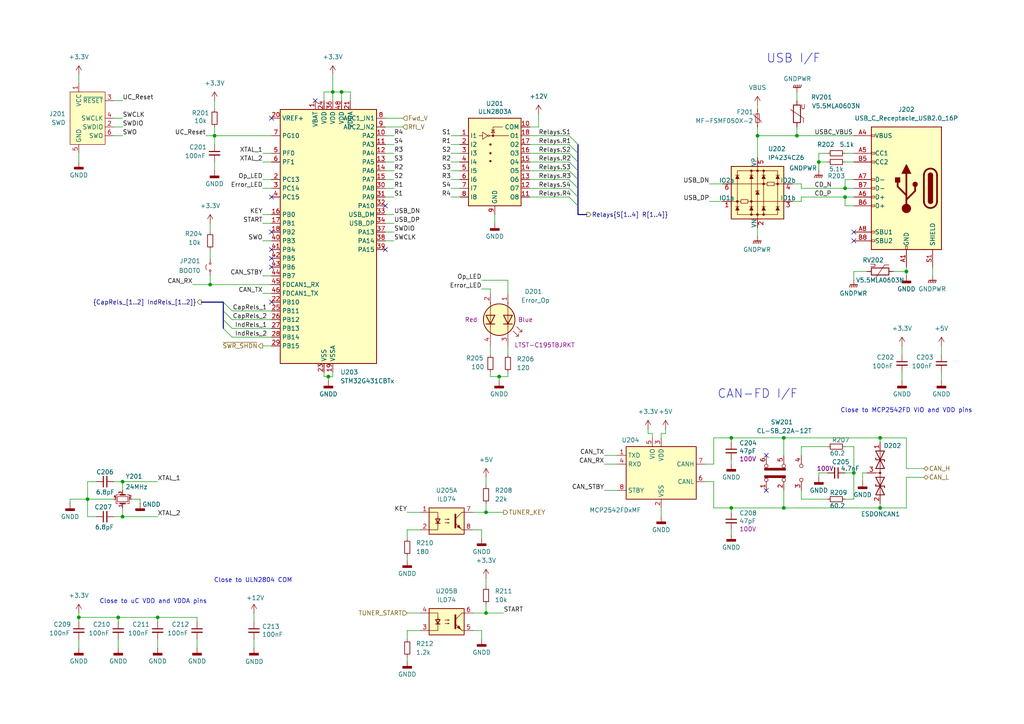
<source format=kicad_sch>
(kicad_sch (version 20231120) (generator "eeschema") (generator_version "8.0")
  (paper "A4")
  (title_block (title "Controller") (date "2024-04-14") (rev "A0") (company "TiZed"))
  (junction (at 140.97 177.8))
  (junction (at 25.4 144.78))
  (junction (at 219.71 39.37))
  (junction (at 237.49 46.99))
  (junction (at 99.06 26.67))
  (junction (at 227.33 127))
  (junction (at 62.23 39.37))
  (junction (at 212.09 127))
  (junction (at 212.09 147.32))
  (junction (at 96.52 26.67))
  (junction (at 255.27 147.32))
  (junction (at 255.27 127))
  (junction (at 45.72 179.07))
  (junction (at 231.14 39.37))
  (junction (at 245.11 57.15))
  (junction (at 144.78 109.22))
  (junction (at 247.65 137.16))
  (junction (at 35.56 149.86))
  (junction (at 22.86 179.07))
  (junction (at 35.56 139.7))
  (junction (at 60.96 82.55))
  (junction (at 245.11 54.61))
  (junction (at 95.25 109.22))
  (junction (at 262.89 78.74))
  (junction (at 227.33 147.32))
  (junction (at 34.29 179.07))
  (junction (at 140.97 148.59))
  (no_connect (at 78.74 74.93))
  (no_connect (at 247.65 69.85))
  (no_connect (at 111.76 59.69))
  (no_connect (at 222.25 142.24))
  (no_connect (at 111.76 72.39))
  (no_connect (at 78.74 77.47))
  (no_connect (at 78.74 57.15))
  (no_connect (at 78.74 67.31))
  (no_connect (at 247.65 67.31))
  (no_connect (at 222.25 132.08))
  (no_connect (at 91.44 29.21))
  (no_connect (at 78.74 34.29))
  (no_connect (at 78.74 72.39))
  (no_connect (at 78.74 87.63))
  (bus_entry (at 64.77 90.17) (size 2.54 2.54))
  (bus_entry (at 64.77 95.25) (size 2.54 2.54))
  (bus_entry (at 165.1 44.45) (size 2.54 2.54))
  (bus_entry (at 165.1 52.07) (size 2.54 2.54))
  (bus_entry (at 64.77 87.63) (size 2.54 2.54))
  (bus_entry (at 165.1 49.53) (size 2.54 2.54))
  (bus_entry (at 64.77 92.71) (size 2.54 2.54))
  (bus_entry (at 165.1 46.99) (size 2.54 2.54))
  (bus_entry (at 165.1 54.61) (size 2.54 2.54))
  (bus_entry (at 165.1 39.37) (size 2.54 2.54))
  (bus_entry (at 165.1 41.91) (size 2.54 2.54))
  (bus_entry (at 165.1 57.15) (size 2.54 2.54))
  (wire (pts (xy 212.09 148.59) (xy 212.09 147.32)))
  (wire (pts (xy 247.65 78.74) (xy 251.46 78.74)))
  (wire (pts (xy 137.16 177.8) (xy 140.97 177.8)))
  (wire (pts (xy 147.32 81.28) (xy 147.32 85.09)))
  (wire (pts (xy 231.14 39.37) (xy 247.65 39.37)))
  (wire (pts (xy 204.47 139.7) (xy 207.01 139.7)))
  (wire (pts (xy 60.96 72.39) (xy 60.96 74.93)))
  (wire (pts (xy 227.33 142.24) (xy 227.33 147.32)))
  (wire (pts (xy 175.26 132.08) (xy 179.07 132.08)))
  (wire (pts (xy 219.71 66.04) (xy 219.71 68.58)))
  (wire (pts (xy 207.01 139.7) (xy 207.01 147.32)))
  (wire (pts (xy 139.7 153.67) (xy 139.7 156.21)))
  (wire (pts (xy 111.76 54.61) (xy 114.3 54.61)))
  (wire (pts (xy 153.67 44.45) (xy 165.1 44.45)))
  (wire (pts (xy 153.67 46.99) (xy 165.1 46.99)))
  (wire (pts (xy 156.21 36.83) (xy 153.67 36.83)))
  (wire (pts (xy 212.09 127) (xy 227.33 127)))
  (wire (pts (xy 130.81 39.37) (xy 133.35 39.37)))
  (wire (pts (xy 144.78 109.22) (xy 144.78 110.49)))
  (wire (pts (xy 96.52 26.67) (xy 96.52 29.21)))
  (wire (pts (xy 76.2 44.45) (xy 78.74 44.45)))
  (bus (pts (xy 167.64 41.91) (xy 167.64 44.45)))
  (wire (pts (xy 270.51 77.47) (xy 270.51 80.01)))
  (bus (pts (xy 167.64 49.53) (xy 167.64 52.07)))
  (wire (pts (xy 35.56 149.86) (xy 45.72 149.86)))
  (wire (pts (xy 191.77 147.32) (xy 191.77 149.86)))
  (wire (pts (xy 35.56 139.7) (xy 45.72 139.7)))
  (wire (pts (xy 99.06 26.67) (xy 96.52 26.67)))
  (wire (pts (xy 212.09 133.35) (xy 212.09 134.62)))
  (wire (pts (xy 255.27 127) (xy 262.89 127)))
  (wire (pts (xy 62.23 39.37) (xy 62.23 41.91)))
  (wire (pts (xy 212.09 147.32) (xy 227.33 147.32)))
  (wire (pts (xy 22.86 177.8) (xy 22.86 179.07)))
  (wire (pts (xy 262.89 78.74) (xy 262.89 80.01)))
  (wire (pts (xy 111.76 67.31) (xy 114.3 67.31)))
  (wire (pts (xy 179.07 142.24) (xy 175.26 142.24)))
  (wire (pts (xy 191.77 127) (xy 191.77 125.73)))
  (wire (pts (xy 57.15 180.34) (xy 57.15 179.07)))
  (bus (pts (xy 64.77 95.25) (xy 64.77 92.71)))
  (wire (pts (xy 101.6 29.21) (xy 101.6 26.67)))
  (wire (pts (xy 267.97 135.89) (xy 262.89 135.89)))
  (wire (pts (xy 255.27 147.32) (xy 262.89 147.32)))
  (wire (pts (xy 111.76 57.15) (xy 114.3 57.15)))
  (wire (pts (xy 245.11 54.61) (xy 245.11 52.07)))
  (wire (pts (xy 262.89 138.43) (xy 267.97 138.43)))
  (wire (pts (xy 67.31 95.25) (xy 78.74 95.25)))
  (wire (pts (xy 25.4 144.78) (xy 20.32 144.78)))
  (wire (pts (xy 76.2 54.61) (xy 78.74 54.61)))
  (wire (pts (xy 262.89 77.47) (xy 262.89 78.74)))
  (wire (pts (xy 153.67 41.91) (xy 165.1 41.91)))
  (wire (pts (xy 35.56 139.7) (xy 35.56 142.24)))
  (wire (pts (xy 111.76 49.53) (xy 114.3 49.53)))
  (wire (pts (xy 57.15 179.07) (xy 45.72 179.07)))
  (wire (pts (xy 111.76 44.45) (xy 114.3 44.45)))
  (wire (pts (xy 76.2 100.33) (xy 78.74 100.33)))
  (wire (pts (xy 219.71 39.37) (xy 231.14 39.37)))
  (wire (pts (xy 273.05 100.33) (xy 273.05 102.87)))
  (wire (pts (xy 27.94 149.86) (xy 25.4 149.86)))
  (wire (pts (xy 219.71 36.83) (xy 219.71 39.37)))
  (wire (pts (xy 111.76 36.83) (xy 116.84 36.83)))
  (wire (pts (xy 205.74 53.34) (xy 209.55 53.34)))
  (wire (pts (xy 153.67 52.07) (xy 165.1 52.07)))
  (wire (pts (xy 33.02 34.29) (xy 35.56 34.29)))
  (bus (pts (xy 167.64 52.07) (xy 167.64 54.61)))
  (wire (pts (xy 137.16 182.88) (xy 139.7 182.88)))
  (wire (pts (xy 273.05 107.95) (xy 273.05 110.49)))
  (wire (pts (xy 67.31 97.79) (xy 78.74 97.79)))
  (wire (pts (xy 142.24 100.33) (xy 142.24 102.87)))
  (wire (pts (xy 25.4 144.78) (xy 25.4 139.7)))
  (wire (pts (xy 231.14 26.67) (xy 231.14 29.21)))
  (wire (pts (xy 101.6 26.67) (xy 99.06 26.67)))
  (wire (pts (xy 153.67 57.15) (xy 165.1 57.15)))
  (wire (pts (xy 35.56 149.86) (xy 35.56 147.32)))
  (wire (pts (xy 207.01 134.62) (xy 207.01 127)))
  (wire (pts (xy 232.41 53.34) (xy 232.41 54.61)))
  (wire (pts (xy 76.2 64.77) (xy 78.74 64.77)))
  (wire (pts (xy 259.08 78.74) (xy 262.89 78.74)))
  (wire (pts (xy 130.81 54.61) (xy 133.35 54.61)))
  (wire (pts (xy 95.25 110.49) (xy 95.25 109.22)))
  (wire (pts (xy 250.19 139.7) (xy 250.19 137.16)))
  (wire (pts (xy 118.11 148.59) (xy 121.92 148.59)))
  (wire (pts (xy 247.65 129.54) (xy 245.11 129.54)))
  (wire (pts (xy 153.67 54.61) (xy 165.1 54.61)))
  (wire (pts (xy 140.97 167.64) (xy 140.97 170.18)))
  (wire (pts (xy 191.77 125.73) (xy 193.04 125.73)))
  (wire (pts (xy 22.86 21.59) (xy 22.86 24.13)))
  (wire (pts (xy 255.27 128.27) (xy 255.27 127)))
  (wire (pts (xy 227.33 127) (xy 255.27 127)))
  (wire (pts (xy 219.71 30.48) (xy 219.71 31.75)))
  (wire (pts (xy 153.67 49.53) (xy 165.1 49.53)))
  (wire (pts (xy 245.11 57.15) (xy 245.11 59.69)))
  (wire (pts (xy 130.81 52.07) (xy 133.35 52.07)))
  (wire (pts (xy 205.74 58.42) (xy 209.55 58.42)))
  (bus (pts (xy 58.42 87.63) (xy 64.77 87.63)))
  (wire (pts (xy 34.29 180.34) (xy 34.29 179.07)))
  (wire (pts (xy 245.11 57.15) (xy 247.65 57.15)))
  (wire (pts (xy 262.89 147.32) (xy 262.89 138.43)))
  (wire (pts (xy 111.76 39.37) (xy 114.3 39.37)))
  (wire (pts (xy 156.21 33.02) (xy 156.21 36.83)))
  (wire (pts (xy 111.76 34.29) (xy 116.84 34.29)))
  (wire (pts (xy 130.81 46.99) (xy 133.35 46.99)))
  (wire (pts (xy 130.81 41.91) (xy 133.35 41.91)))
  (wire (pts (xy 111.76 46.99) (xy 114.3 46.99)))
  (wire (pts (xy 76.2 46.99) (xy 78.74 46.99)))
  (bus (pts (xy 167.64 54.61) (xy 167.64 57.15)))
  (wire (pts (xy 60.96 64.77) (xy 60.96 67.31)))
  (wire (pts (xy 45.72 180.34) (xy 45.72 179.07)))
  (wire (pts (xy 62.23 46.99) (xy 62.23 49.53)))
  (wire (pts (xy 240.03 44.45) (xy 237.49 44.45)))
  (wire (pts (xy 140.97 148.59) (xy 137.16 148.59)))
  (wire (pts (xy 212.09 147.32) (xy 207.01 147.32)))
  (wire (pts (xy 229.87 53.34) (xy 232.41 53.34)))
  (wire (pts (xy 67.31 90.17) (xy 78.74 90.17)))
  (wire (pts (xy 237.49 46.99) (xy 237.49 49.53)))
  (wire (pts (xy 142.24 83.82) (xy 139.7 83.82)))
  (wire (pts (xy 227.33 147.32) (xy 255.27 147.32)))
  (wire (pts (xy 187.96 125.73) (xy 187.96 124.46)))
  (wire (pts (xy 22.86 44.45) (xy 22.86 46.99)))
  (wire (pts (xy 212.09 153.67) (xy 212.09 154.94)))
  (wire (pts (xy 140.97 148.59) (xy 146.05 148.59)))
  (wire (pts (xy 38.1 144.78) (xy 40.64 144.78)))
  (wire (pts (xy 76.2 85.09) (xy 78.74 85.09)))
  (wire (pts (xy 62.23 36.83) (xy 62.23 39.37)))
  (wire (pts (xy 121.92 153.67) (xy 118.11 153.67)))
  (wire (pts (xy 118.11 190.5) (xy 118.11 191.77)))
  (wire (pts (xy 193.04 124.46) (xy 193.04 125.73)))
  (wire (pts (xy 96.52 21.59) (xy 96.52 26.67)))
  (wire (pts (xy 237.49 44.45) (xy 237.49 46.99)))
  (bus (pts (xy 167.64 59.69) (xy 167.64 62.23)))
  (wire (pts (xy 25.4 139.7) (xy 27.94 139.7)))
  (wire (pts (xy 247.65 144.78) (xy 245.11 144.78)))
  (bus (pts (xy 64.77 90.17) (xy 64.77 87.63)))
  (wire (pts (xy 93.98 109.22) (xy 95.25 109.22)))
  (wire (pts (xy 245.11 137.16) (xy 247.65 137.16)))
  (wire (pts (xy 240.03 137.16) (xy 237.49 137.16)))
  (bus (pts (xy 167.64 57.15) (xy 167.64 59.69)))
  (wire (pts (xy 247.65 137.16) (xy 247.65 144.78)))
  (wire (pts (xy 142.24 107.95) (xy 142.24 109.22)))
  (wire (pts (xy 40.64 144.78) (xy 40.64 146.05)))
  (wire (pts (xy 232.41 129.54) (xy 240.03 129.54)))
  (wire (pts (xy 57.15 185.42) (xy 57.15 187.96)))
  (wire (pts (xy 232.41 58.42) (xy 232.41 57.15)))
  (wire (pts (xy 232.41 142.24) (xy 232.41 144.78)))
  (wire (pts (xy 62.23 29.21) (xy 62.23 31.75)))
  (wire (pts (xy 96.52 109.22) (xy 96.52 107.95)))
  (wire (pts (xy 76.2 69.85) (xy 78.74 69.85)))
  (wire (pts (xy 143.51 62.23) (xy 143.51 64.77)))
  (wire (pts (xy 22.86 185.42) (xy 22.86 187.96)))
  (wire (pts (xy 144.78 109.22) (xy 147.32 109.22)))
  (wire (pts (xy 76.2 52.07) (xy 78.74 52.07)))
  (wire (pts (xy 204.47 134.62) (xy 207.01 134.62)))
  (wire (pts (xy 261.62 100.33) (xy 261.62 102.87)))
  (wire (pts (xy 22.86 179.07) (xy 22.86 180.34)))
  (wire (pts (xy 153.67 39.37) (xy 165.1 39.37)))
  (wire (pts (xy 212.09 127) (xy 207.01 127)))
  (wire (pts (xy 237.49 46.99) (xy 240.03 46.99)))
  (wire (pts (xy 78.74 82.55) (xy 60.96 82.55)))
  (wire (pts (xy 140.97 138.43) (xy 140.97 140.97)))
  (wire (pts (xy 231.14 36.83) (xy 231.14 39.37)))
  (wire (pts (xy 247.65 81.28) (xy 247.65 78.74)))
  (wire (pts (xy 130.81 57.15) (xy 133.35 57.15)))
  (wire (pts (xy 93.98 29.21) (xy 93.98 26.67)))
  (wire (pts (xy 111.76 64.77) (xy 114.3 64.77)))
  (wire (pts (xy 147.32 100.33) (xy 147.32 102.87)))
  (wire (pts (xy 245.11 44.45) (xy 247.65 44.45)))
  (wire (pts (xy 232.41 132.08) (xy 232.41 129.54)))
  (wire (pts (xy 232.41 57.15) (xy 245.11 57.15)))
  (wire (pts (xy 245.11 46.99) (xy 247.65 46.99)))
  (wire (pts (xy 175.26 134.62) (xy 179.07 134.62)))
  (wire (pts (xy 140.97 175.26) (xy 140.97 177.8)))
  (bus (pts (xy 167.64 62.23) (xy 170.18 62.23)))
  (wire (pts (xy 255.27 146.05) (xy 255.27 147.32)))
  (wire (pts (xy 137.16 153.67) (xy 139.7 153.67)))
  (wire (pts (xy 33.02 149.86) (xy 35.56 149.86)))
  (wire (pts (xy 33.02 29.21) (xy 35.56 29.21)))
  (wire (pts (xy 20.32 144.78) (xy 20.32 146.05)))
  (wire (pts (xy 34.29 179.07) (xy 22.86 179.07)))
  (wire (pts (xy 111.76 69.85) (xy 114.3 69.85)))
  (bus (pts (xy 167.64 44.45) (xy 167.64 46.99)))
  (wire (pts (xy 93.98 107.95) (xy 93.98 109.22)))
  (wire (pts (xy 25.4 149.86) (xy 25.4 144.78)))
  (wire (pts (xy 67.31 92.71) (xy 78.74 92.71)))
  (wire (pts (xy 227.33 127) (xy 227.33 132.08)))
  (wire (pts (xy 262.89 127) (xy 262.89 135.89)))
  (wire (pts (xy 59.69 39.37) (xy 62.23 39.37)))
  (wire (pts (xy 95.25 109.22) (xy 96.52 109.22)))
  (wire (pts (xy 111.76 52.07) (xy 114.3 52.07)))
  (wire (pts (xy 140.97 177.8) (xy 146.05 177.8)))
  (wire (pts (xy 142.24 85.09) (xy 142.24 83.82)))
  (wire (pts (xy 76.2 80.01) (xy 78.74 80.01)))
  (wire (pts (xy 93.98 26.67) (xy 96.52 26.67)))
  (wire (pts (xy 142.24 109.22) (xy 144.78 109.22)))
  (wire (pts (xy 247.65 129.54) (xy 247.65 137.16)))
  (wire (pts (xy 189.23 125.73) (xy 187.96 125.73)))
  (wire (pts (xy 237.49 137.16) (xy 237.49 138.43)))
  (wire (pts (xy 45.72 185.42) (xy 45.72 187.96)))
  (wire (pts (xy 73.66 185.42) (xy 73.66 187.96)))
  (wire (pts (xy 118.11 161.29) (xy 118.11 162.56)))
  (wire (pts (xy 250.19 137.16) (xy 251.46 137.16)))
  (wire (pts (xy 73.66 177.8) (xy 73.66 180.34)))
  (wire (pts (xy 245.11 59.69) (xy 247.65 59.69)))
  (wire (pts (xy 25.4 144.78) (xy 33.02 144.78)))
  (wire (pts (xy 130.81 49.53) (xy 133.35 49.53)))
  (wire (pts (xy 33.02 39.37) (xy 35.56 39.37)))
  (wire (pts (xy 140.97 146.05) (xy 140.97 148.59)))
  (wire (pts (xy 118.11 182.88) (xy 118.11 185.42)))
  (wire (pts (xy 33.02 36.83) (xy 35.56 36.83)))
  (wire (pts (xy 34.29 185.42) (xy 34.29 187.96)))
  (wire (pts (xy 99.06 29.21) (xy 99.06 26.67)))
  (wire (pts (xy 118.11 153.67) (xy 118.11 156.21)))
  (bus (pts (xy 64.77 92.71) (xy 64.77 90.17)))
  (bus (pts (xy 167.64 46.99) (xy 167.64 49.53)))
  (wire (pts (xy 232.41 54.61) (xy 245.11 54.61)))
  (wire (pts (xy 139.7 182.88) (xy 139.7 185.42)))
  (wire (pts (xy 245.11 52.07) (xy 247.65 52.07)))
  (wire (pts (xy 45.72 179.07) (xy 34.29 179.07)))
  (wire (pts (xy 245.11 54.61) (xy 247.65 54.61)))
  (wire (pts (xy 139.7 81.28) (xy 147.32 81.28)))
  (wire (pts (xy 229.87 58.42) (xy 232.41 58.42)))
  (wire (pts (xy 111.76 62.23) (xy 114.3 62.23)))
  (wire (pts (xy 118.11 182.88) (xy 121.92 182.88)))
  (wire (pts (xy 60.96 82.55) (xy 60.96 80.01)))
  (wire (pts (xy 118.11 177.8) (xy 121.92 177.8)))
  (wire (pts (xy 147.32 109.22) (xy 147.32 107.95)))
  (wire (pts (xy 212.09 128.27) (xy 212.09 127)))
  (wire (pts (xy 76.2 62.23) (xy 78.74 62.23)))
  (wire (pts (xy 232.41 144.78) (xy 240.03 144.78)))
  (wire (pts (xy 219.71 39.37) (xy 219.71 45.72)))
  (wire (pts (xy 55.88 82.55) (xy 60.96 82.55)))
  (wire (pts (xy 33.02 139.7) (xy 35.56 139.7)))
  (wire (pts (xy 261.62 107.95) (xy 261.62 110.49)))
  (wire (pts (xy 130.81 44.45) (xy 133.35 44.45)))
  (wire (pts (xy 111.76 41.91) (xy 114.3 41.91)))
  (wire (pts (xy 62.23 39.37) (xy 78.74 39.37)))
  (wire (pts (xy 189.23 127) (xy 189.23 125.73)))
  (text "Close to uC VDD and VDDA pins" (at 44.45 174.498 0) (effects (font (size 1.27 1.27))))
  (text "USB I/F" (at 222.25 18.542 0) (effects (font (size 2.54 2.54)) (justify left bottom)))
  (text "Close to MCP2542FD VIO and VDD pins" (at 262.89 119.126 0) (effects (font (size 1.27 1.27))))
  (text "Close to ULN2804 COM" (at 73.406 168.402 0) (effects (font (size 1.27 1.27))))
  (text "CAN-FD I/F" (at 208.026 115.824 0) (effects (font (size 2.54 2.54)) (justify left bottom)))
  (label "CD_N" (at 236.22 54.61 0))
  (label "Error_LED" (at 139.7 83.82 180))
  (label "UC_Reset" (at 35.56 29.21 0))
  (label "S2" (at 130.81 44.45 180))
  (label "Relays.R2" (at 156.21 46.99 0))
  (label "R2" (at 114.3 49.53 0))
  (label "CAN_RX" (at 175.26 134.62 180))
  (label "IndRels_1" (at 77.47 95.25 180))
  (label "R3" (at 114.3 44.45 0))
  (label "SWO" (at 76.2 69.85 180))
  (label "R1" (at 114.3 54.61 0))
  (label "CAN_STBY" (at 175.26 142.24 180))
  (label "UC_Reset" (at 59.69 39.37 180))
  (label "Relays.R1" (at 156.21 41.91 0))
  (label "S2" (at 114.3 52.07 0))
  (label "Error_LED" (at 76.2 54.61 180))
  (label "XTAL_2" (at 45.72 149.86 0))
  (label "CAN_RX" (at 55.88 82.55 180))
  (label "USBC_VBUS" (at 236.22 39.37 0))
  (label "Op_LED" (at 139.7 81.28 180))
  (label "Op_LED" (at 76.2 52.07 180))
  (label "S4" (at 114.3 41.91 0))
  (label "XTAL_1" (at 45.72 139.7 0))
  (label "Relays.S3" (at 156.21 49.53 0))
  (label "CAN_TX" (at 76.2 85.09 180))
  (label "Relays.R3" (at 156.21 52.07 0))
  (label "CapRels_2" (at 77.47 92.71 180))
  (label "SWDIO" (at 114.3 67.31 0))
  (label "USB_DN" (at 114.3 62.23 0))
  (label "S4" (at 130.81 54.61 180))
  (label "START" (at 146.05 177.8 0))
  (label "Relays.R4" (at 156.21 57.15 0))
  (label "START" (at 76.2 64.77 180))
  (label "USB_DP" (at 114.3 64.77 0))
  (label "XTAL_2" (at 76.2 46.99 180))
  (label "S1" (at 130.81 39.37 180))
  (label "USB_DN" (at 205.74 53.34 180))
  (label "USB_DP" (at 205.74 58.42 180))
  (label "Relays.S4" (at 156.21 54.61 0))
  (label "R3" (at 130.81 52.07 180))
  (label "KEY" (at 76.2 62.23 180))
  (label "R4" (at 130.81 57.15 180))
  (label "KEY" (at 118.11 148.59 180))
  (label "XTAL_1" (at 76.2 44.45 180))
  (label "CAN_STBY" (at 76.2 80.01 180))
  (label "CAN_TX" (at 175.26 132.08 180))
  (label "CapRels_1" (at 77.47 90.17 180))
  (label "R4" (at 114.3 39.37 0))
  (label "R1" (at 130.81 41.91 180))
  (label "SWO" (at 35.56 39.37 0))
  (label "IndRels_2" (at 77.47 97.79 180))
  (label "S1" (at 114.3 57.15 0))
  (label "R2" (at 130.81 46.99 180))
  (label "SWCLK" (at 35.56 34.29 0))
  (label "SWDIO" (at 35.56 36.83 0))
  (label "CD_P" (at 236.22 57.15 0))
  (label "Relays.S1" (at 156.21 39.37 0))
  (label "Relays.S2" (at 156.21 44.45 0))
  (label "S3" (at 114.3 46.99 0))
  (label "S3" (at 130.81 49.53 180))
  (label "SWCLK" (at 114.3 69.85 0))
  (hierarchical_label "CAN_L" (shape bidirectional) (at 267.97 138.43 0))
  (hierarchical_label "Fwd_V" (shape input) (at 116.84 34.29 0))
  (hierarchical_label "Rfl_V" (shape input) (at 116.84 36.83 0))
  (hierarchical_label "CAN_H" (shape bidirectional) (at 267.97 135.89 0))
  (hierarchical_label "Relays{S[1..4] R[1..4]}" (shape output) (at 170.18 62.23 0))
  (hierarchical_label "~{SWR_SHDN}" (shape output) (at 76.2 100.33 180))
  (hierarchical_label "{CapRels_[1..2] IndRels_[1..2]}" (shape output) (at 58.42 87.63 180))
  (hierarchical_label "TUNER_KEY" (shape output) (at 146.05 148.59 0))
  (hierarchical_label "TUNER_START" (shape input) (at 118.11 177.8 180))
  (symbol (lib_id "Device:Varistor") (at 231.14 33.02 180) (unit 1)
    (property "Reference" "RV201" (at 235.204 28.194 0) (effects (justify right)))
    (property "Value" "V5.5MLA0603N" (at 235.458 30.734 0) (effects (justify right)))
    (property "Footprint" "Fuse:Fuse_0603_1608Metric" (effects (hide yes)))
    (property "Description" "Voltage dependent resistor" (effects (hide yes)))
    (property "Sim.Name" "kicad_builtin_varistor" (effects (hide yes)))
    (property "Sim.Device" "SUBCKT" (effects (hide yes)))
    (property "Sim.Pins" "1=A 2=B" (effects (hide yes)))
    (property "Sim.Params" "threshold=1k" (effects (hide yes)))
    (property "Sim.Library" "${KICAD7_SYMBOL_DIR}/Simulation_SPICE.sp" (effects (hide yes)))
  )
  (symbol (lib_id "power:+3.3V") (at 60.96 64.77 0) (unit 1)
    (property "Reference" "#PWR0210" (effects (hide yes)))
    (property "Value" "+3.3V" (at 60.96 59.69 0))
    (property "Description" "Power symbol creates a global label with name \"+3.3V\"" (effects (hide yes)))
  )
  (symbol (lib_id "power:GNDD") (at 57.15 187.96 0) (unit 1)
    (property "Reference" "#PWR0241" (effects (hide yes)))
    (property "Value" "GNDD" (at 57.15 191.77 0))
    (property "Description" "Power symbol creates a global label with name \"GNDD\" , digital ground" (effects (hide yes)))
  )
  (symbol (lib_id "power:+5V") (at 193.04 124.46 0) (unit 1)
    (property "Reference" "#PWR0223" (effects (hide yes)))
    (property "Value" "+5V" (at 193.04 119.38 0))
    (property "Description" "Power symbol creates a global label with name \"+5V\"" (effects (hide yes)))
  )
  (symbol (lib_id "power:GNDD") (at 20.32 146.05 0) (unit 1)
    (property "Reference" "#PWR0228" (effects (hide yes)))
    (property "Value" "GNDD" (at 20.32 149.86 0))
    (property "Description" "Power symbol creates a global label with name \"GNDD\" , digital ground" (effects (hide yes)))
  )
  (symbol (lib_id "Device:R_Small") (at 62.23 34.29 180) (unit 1)
    (property "Reference" "R201" (at 58.166 32.766 0))
    (property "Value" "10k" (at 58.166 35.052 0))
    (property "Footprint" "Resistor_SMD:R_0603_1608Metric" (effects (hide yes)))
    (property "Description" "Resistor, small symbol" (effects (hide yes)))
  )
  (symbol (lib_id "power:GNDD") (at 22.86 187.96 0) (unit 1)
    (property "Reference" "#PWR0238" (effects (hide yes)))
    (property "Value" "GNDD" (at 22.86 191.77 0))
    (property "Description" "Power symbol creates a global label with name \"GNDD\" , digital ground" (effects (hide yes)))
  )
  (symbol (lib_id "power:GNDD") (at 139.7 185.42 0) (unit 1)
    (property "Reference" "#PWR0237" (effects (hide yes)))
    (property "Value" "GNDD" (at 139.7 189.23 0))
    (property "Description" "Power symbol creates a global label with name \"GNDD\" , digital ground" (effects (hide yes)))
  )
  (symbol (lib_id "power:VBUS") (at 219.71 30.48 0) (unit 1)
    (property "Reference" "#PWR0205" (effects (hide yes)))
    (property "Value" "VBUS" (at 219.71 25.4 0))
    (property "Description" "Power symbol creates a global label with name \"VBUS\"" (effects (hide yes)))
  )
  (symbol (lib_id "Connector:USB_C_Receptacle_USB2.0_16P") (at 262.89 54.61 0) (mirror y) (unit 1)
    (property "Reference" "J202" (at 262.89 31.75 0))
    (property "Value" "USB_C_Receptacle_USB2.0_16P" (at 262.89 34.29 0))
    (property "Footprint" "Connector_USB:USB_C_Receptacle_XKB_U262-16XN-4BVC11" (effects (hide yes)))
    (property "Datasheet" "https://www.usb.org/sites/default/files/documents/usb_type-c.zip" (effects (hide yes)))
    (property "Description" "USB 2.0-only 16P Type-C Receptacle connector" (effects (hide yes)))
  )
  (symbol (lib_id "Device:C_Small") (at 242.57 137.16 270) (unit 1)
    (property "Reference" "C205" (at 241.3 133.985 90) (effects (justify left)))
    (property "Value" "4.7nF" (at 243.84 135.89 90) (effects (justify left)))
    (property "Footprint" "Capacitor_SMD:C_0402_1005Metric" (effects (hide yes)))
    (property "Voltage" "100V" (at 236.855 135.89 90) (effects (justify left)))
  )
  (symbol (lib_id "power:+3.3V") (at 62.23 29.21 0) (unit 1)
    (property "Reference" "#PWR0204" (effects (hide yes)))
    (property "Value" "+3.3V" (at 62.23 24.13 0))
    (property "Description" "Power symbol creates a global label with name \"+3.3V\"" (effects (hide yes)))
  )
  (symbol (lib_id "Device:Polyfuse_Small") (at 219.71 34.29 0) (unit 1)
    (property "Reference" "F201" (at 213.614 32.512 0) (effects (justify left)))
    (property "Value" "MF-FSMF050X-2" (at 201.676 35.052 0) (effects (justify left)))
    (property "Footprint" "Fuse:Fuse_0603_1608Metric" (effects (hide yes)))
    (property "Description" "Resettable fuse, polymeric positive temperature coefficient, small symbol" (effects (hide yes)))
  )
  (symbol (lib_id "Transistor_Array:ULN2803A") (at 143.51 44.45 0) (unit 1)
    (property "Reference" "U201" (at 143.51 30.0482 0))
    (property "Value" "ULN2803A" (at 143.51 32.3596 0))
    (property "Footprint" "Package_SO:SOIC-18W_7.5x11.6mm_P1.27mm" (effects (hide yes)))
    (property "Datasheet" "http://www.ti.com/lit/ds/symlink/uln2803a.pdf" (effects (hide yes)))
  )
  (symbol (lib_id "Interface_CAN_LIN:MCP2542FDxMF") (at 191.77 137.16 0) (unit 1)
    (property "Reference" "U204" (at 182.88 127.635 0))
    (property "Value" "MCP2542FDxMF" (at 178.435 147.955 0))
    (property "Footprint" "Package_DFN_QFN:DFN-8-1EP_3x3mm_P0.65mm_EP1.55x2.4mm" (effects (hide yes)))
    (property "Datasheet" "http://ww1.microchip.com/downloads/en/DeviceDoc/MCP2542FD-4FD-MCP2542WFD-4WFD-Data-Sheet20005514B.pdf" (effects (hide yes)))
  )
  (symbol (lib_id "power:GNDD") (at 73.66 187.96 0) (unit 1)
    (property "Reference" "#PWR0242" (effects (hide yes)))
    (property "Value" "GNDD" (at 73.7616 191.897 0))
  )
  (symbol (lib_id "Device:R_Small") (at 60.96 69.85 0) (unit 1)
    (property "Reference" "R204" (at 53.594 67.818 0) (effects (justify left)))
    (property "Value" "10k" (at 54.61 70.358 0) (effects (justify left)))
    (property "Footprint" "Resistor_SMD:R_0603_1608Metric" (effects (hide yes)))
    (property "Description" "Resistor, small symbol" (effects (hide yes)))
  )
  (symbol (lib_id "Device:C_Small") (at 73.66 182.88 0) (unit 1)
    (property "Reference" "C213" (at 75.9968 181.7116 0) (effects (justify left)))
    (property "Value" "100nF" (at 75.9968 184.023 0) (effects (justify left)))
    (property "Footprint" "Capacitor_SMD:C_0603_1608Metric" (effects (hide yes)))
  )
  (symbol (lib_id "Device:R_Small") (at 242.57 129.54 270) (unit 1)
    (property "Reference" "R207" (at 241.3 127.635 90) (effects (justify left)))
    (property "Value" "60.2" (at 240.665 131.445 90) (effects (justify left)))
    (property "Footprint" "Resistor_SMD:R_1206_3216Metric" (effects (hide yes)))
  )
  (symbol (lib_id "Connector:Conn_ARM_SWD_TagConnect_TC2030-NL") (at 25.4 34.29 0) (unit 1) (in_bom no)
    (property "Reference" "J201" (at 19.05 33.0199 0) (effects (justify right)))
    (property "Value" "SWD" (at 19.05 35.5599 0) (effects (justify right)))
    (property "Footprint" "Connector:Tag-Connect_TC2030-IDC-NL_2x03_P1.27mm_Vertical" (effects (hide yes)))
    (property "Datasheet" "https://www.tag-connect.com/wp-content/uploads/bsk-pdf-manager/TC2030-CTX_1.pdf" (effects (hide yes)))
    (property "Description" "Tag-Connect ARM Cortex SWD JTAG connector, 6 pin, no legs" (effects (hide yes)))
  )
  (symbol (lib_id "Device:C_Small") (at 62.23 44.45 0) (unit 1)
    (property "Reference" "C201" (at 54.864 42.672 0) (effects (justify left)))
    (property "Value" "100nF" (at 53.594 45.212 0) (effects (justify left)))
    (property "Footprint" "Capacitor_SMD:C_0603_1608Metric" (effects (hide yes)))
    (property "Description" "Unpolarized capacitor, small symbol" (effects (hide yes)))
  )
  (symbol (lib_id "Device:R_Small") (at 142.24 105.41 0) (unit 1)
    (property "Reference" "R205" (at 135.128 103.886 0) (effects (justify left)))
    (property "Value" "100" (at 136.652 106.426 0) (effects (justify left)))
    (property "Footprint" "Resistor_SMD:R_0603_1608Metric" (effects (hide yes)))
    (property "Description" "Resistor, small symbol" (effects (hide yes)))
  )
  (symbol (lib_id "power:GNDPWR") (at 237.49 49.53 0) (unit 1)
    (property "Reference" "#PWR0209" (effects (hide yes)))
    (property "Value" "GNDPWR" (at 232.918 48.768 0))
    (property "Description" "Power symbol creates a global label with name \"GNDPWR\" , global ground" (effects (hide yes)))
  )
  (symbol (lib_id "Device:R_Small") (at 242.57 46.99 90) (unit 1)
    (property "Reference" "R203" (at 242.57 51.054 90))
    (property "Value" "5.1k" (at 242.57 49.022 90))
    (property "Footprint" "Resistor_SMD:R_0603_1608Metric" (effects (hide yes)))
    (property "Description" "Resistor, small symbol" (effects (hide yes)))
  )
  (symbol (lib_id "power:GNDPWR") (at 231.14 26.67 180) (unit 1)
    (property "Reference" "#PWR0203" (effects (hide yes)))
    (property "Value" "GNDPWR" (at 231.267 22.86 0))
    (property "Description" "Power symbol creates a global label with name \"GNDPWR\" , global ground" (effects (hide yes)))
  )
  (symbol (lib_id "power:GNDD") (at 40.64 146.05 0) (unit 1)
    (property "Reference" "#PWR0229" (effects (hide yes)))
    (property "Value" "GNDD" (at 43.942 146.304 0))
    (property "Description" "Power symbol creates a global label with name \"GNDD\" , digital ground" (effects (hide yes)))
  )
  (symbol (lib_id "Device:R_Small") (at 242.57 144.78 270) (unit 1)
    (property "Reference" "R209" (at 240.665 142.875 90) (effects (justify left)))
    (property "Value" "60.2" (at 240.665 146.685 90) (effects (justify left)))
    (property "Footprint" "Resistor_SMD:R_1206_3216Metric" (effects (hide yes)))
  )
  (symbol (lib_id "power:GNDPWR") (at 270.51 80.01 0) (unit 1)
    (property "Reference" "#PWR0214" (effects (hide yes)))
    (property "Value" "GNDPWR" (at 270.383 83.82 0))
    (property "Description" "Power symbol creates a global label with name \"GNDPWR\" , global ground" (effects (hide yes)))
  )
  (symbol (lib_id "Device:C_Small") (at 45.72 182.88 0) (unit 1)
    (property "Reference" "C211" (at 38.354 181.102 0) (effects (justify left)))
    (property "Value" "100nF" (at 37.084 183.642 0) (effects (justify left)))
    (property "Footprint" "Capacitor_SMD:C_0603_1608Metric" (effects (hide yes)))
    (property "Description" "Unpolarized capacitor, small symbol" (effects (hide yes)))
  )
  (symbol (lib_id "power:GNDD") (at 143.51 64.77 0) (unit 1)
    (property "Reference" "#PWR0211" (effects (hide yes)))
    (property "Value" "GNDD" (at 143.51 68.58 0))
    (property "Description" "Power symbol creates a global label with name \"GNDD\" , digital ground" (effects (hide yes)))
  )
  (symbol (lib_id "power:+5V") (at 273.05 100.33 0) (unit 1)
    (property "Reference" "#PWR0217" (effects (hide yes)))
    (property "Value" "+5V" (at 273.05 95.25 0))
    (property "Description" "Power symbol creates a global label with name \"+5V\"" (effects (hide yes)))
  )
  (symbol (lib_id "power:GNDD") (at 250.19 139.7 0) (unit 1)
    (property "Reference" "#PWR0227" (effects (hide yes)))
    (property "Value" "GNDD" (at 250.19 143.51 0))
    (property "Description" "Power symbol creates a global label with name \"GNDD\" , digital ground" (effects (hide yes)))
  )
  (symbol (lib_id "power:GNDD") (at 212.09 134.62 0) (unit 1)
    (property "Reference" "#PWR0224" (effects (hide yes)))
    (property "Value" "GNDD" (at 212.09 138.43 0))
    (property "Description" "Power symbol creates a global label with name \"GNDD\" , digital ground" (effects (hide yes)))
  )
  (symbol (lib_id "power:GNDPWR") (at 247.65 81.28 0) (unit 1)
    (property "Reference" "#PWR0215" (effects (hide yes)))
    (property "Value" "GNDPWR" (at 247.523 85.09 0))
    (property "Description" "Power symbol creates a global label with name \"GNDPWR\" , global ground" (effects (hide yes)))
  )
  (symbol (lib_id "Device:C_Small") (at 30.48 149.86 90) (unit 1)
    (property "Reference" "C207" (at 32.512 147.066 90) (effects (justify left)))
    (property "Value" "6.8pF" (at 33.02 152.908 90) (effects (justify left)))
    (property "Footprint" "Capacitor_SMD:C_0603_1608Metric" (effects (hide yes)))
  )
  (symbol (lib_id "Device:C_Small") (at 261.62 105.41 0) (unit 1)
    (property "Reference" "C202" (at 254.254 103.632 0) (effects (justify left)))
    (property "Value" "100nF" (at 252.984 106.172 0) (effects (justify left)))
    (property "Footprint" "Capacitor_SMD:C_0603_1608Metric" (effects (hide yes)))
    (property "Description" "Unpolarized capacitor, small symbol" (effects (hide yes)))
  )
  (symbol (lib_id "power:GNDD") (at 261.62 110.49 0) (unit 1)
    (property "Reference" "#PWR0220" (effects (hide yes)))
    (property "Value" "GNDD" (at 261.62 114.3 0))
    (property "Description" "Power symbol creates a global label with name \"GNDD\" , digital ground" (effects (hide yes)))
  )
  (symbol (lib_id "power:GNDD") (at 273.05 110.49 0) (unit 1)
    (property "Reference" "#PWR0221" (effects (hide yes)))
    (property "Value" "GNDD" (at 273.05 114.3 0))
    (property "Description" "Power symbol creates a global label with name \"GNDD\" , digital ground" (effects (hide yes)))
  )
  (symbol (lib_id "power:GNDD") (at 212.09 154.94 0) (unit 1)
    (property "Reference" "#PWR0231" (effects (hide yes)))
    (property "Value" "GNDD" (at 212.09 158.75 0))
    (property "Description" "Power symbol creates a global label with name \"GNDD\" , digital ground" (effects (hide yes)))
  )
  (symbol (lib_id "power:+12V") (at 73.66 177.8 0) (unit 1)
    (property "Reference" "#PWR0236" (effects (hide yes)))
    (property "Value" "+12V" (at 74.041 173.4058 0))
  )
  (symbol (lib_id "Device:LED_Dual_AAKK") (at 144.78 92.71 270) (unit 1)
    (property "Reference" "D201" (at 152.146 84.582 90) (effects (justify left)))
    (property "Value" "Error_Op" (at 151.13 87.122 90) (effects (justify left)))
    (property "Footprint" "ZFTuner_Lib:LED_Dual_1615_1.6mm_1.5mm" (effects (hide yes)))
    (property "Description" "Dual LED, cathodes on pins 3 and 4" (effects (hide yes)))
    (property "Color1" "Red" (at 136.652 92.71 90))
    (property "Color2" "Blue" (at 152.4 92.71 90))
    (property "Part" "LTST-C195TBJRKT" (at 157.988 100.076 90))
  )
  (symbol (lib_id "Device:C_Small") (at 212.09 151.13 0) (unit 1)
    (property "Reference" "C208" (at 214.4268 148.8186 0) (effects (justify left)))
    (property "Value" "47pF" (at 214.4268 151.13 0) (effects (justify left)))
    (property "Footprint" "Capacitor_SMD:C_0603_1608Metric" (effects (hide yes)))
    (property "Voltage" "100V" (at 214.4268 153.4414 0) (effects (justify left)))
  )
  (symbol (lib_id "power:GNDD") (at 139.7 156.21 0) (unit 1)
    (property "Reference" "#PWR0232" (effects (hide yes)))
    (property "Value" "GNDD" (at 139.7 160.02 0))
    (property "Description" "Power symbol creates a global label with name \"GNDD\" , digital ground" (effects (hide yes)))
  )
  (symbol (lib_id "power:+3.3V") (at 96.52 21.59 0) (unit 1)
    (property "Reference" "#PWR0202" (effects (hide yes)))
    (property "Value" "+3.3V" (at 96.52 16.51 0))
    (property "Description" "Power symbol creates a global label with name \"+3.3V\"" (effects (hide yes)))
  )
  (symbol (lib_id "power:GNDD") (at 262.89 80.01 0) (unit 1)
    (property "Reference" "#PWR0213" (effects (hide yes)))
    (property "Value" "GNDD" (at 262.89 83.82 0))
    (property "Description" "Power symbol creates a global label with name \"GNDD\" , digital ground" (effects (hide yes)))
  )
  (symbol (lib_id "Jumper:Jumper_2_Small_Open") (at 60.96 77.47 90) (unit 1) (exclude_from_sim yes)
    (property "Reference" "JP201" (at 52.07 75.692 90) (effects (justify right)))
    (property "Value" "BOOT0" (at 51.816 78.486 90) (effects (justify right)))
    (property "Footprint" "Connector_PinHeader_1.27mm:PinHeader_1x02_P1.27mm_Vertical" (effects (hide yes)))
    (property "Description" "Jumper, 2-pole, small symbol, open" (effects (hide yes)))
  )
  (symbol (lib_id "power:GNDPWR") (at 219.71 68.58 0) (unit 1)
    (property "Reference" "#PWR0212" (effects (hide yes)))
    (property "Value" "GNDPWR" (at 219.583 72.39 0))
    (property "Description" "Power symbol creates a global label with name \"GNDPWR\" , global ground" (effects (hide yes)))
  )
  (symbol (lib_id "MCU_ST_STM32G4:STM32G431CBTx") (at 93.98 69.85 0) (unit 1)
    (property "Reference" "U203" (at 98.7141 107.95 0) (effects (justify left)))
    (property "Value" "STM32G431CBTx" (at 98.7141 110.49 0) (effects (justify left)))
    (property "Footprint" "Package_QFP:LQFP-48_7x7mm_P0.5mm" (effects (hide yes)))
    (property "Datasheet" "https://www.st.com/resource/en/datasheet/stm32g431cb.pdf" (effects (hide yes)))
    (property "Description" "STMicroelectronics Arm Cortex-M4 MCU, 128KB flash, 32KB RAM, 170 MHz, 1.71-3.6V, 38 GPIO, LQFP48" (effects (hide yes)))
    (pin "45" (alternate "FDCAN1_RX"))
    (pin "46" (alternate "FDCAN1_TX"))
    (pin "33" (alternate "USB_DM"))
    (pin "9" (alternate "ADC2_IN2"))
    (pin "8" (alternate "ADC1_IN1"))
    (pin "34" (alternate "USB_DP"))
  )
  (symbol (lib_id "Device:R_Small") (at 118.11 158.75 0) (unit 1)
    (property "Reference" "R210" (at 120.65 157.4799 0) (effects (justify left)))
    (property "Value" "180" (at 120.65 160.0199 0) (effects (justify left)))
    (property "Footprint" "Resistor_SMD:R_0603_1608Metric" (effects (hide yes)))
    (property "Description" "Resistor, small symbol" (effects (hide yes)))
  )
  (symbol (lib_id "power:+5V") (at 140.97 138.43 0) (unit 1)
    (property "Reference" "#PWR0225" (effects (hide yes)))
    (property "Value" "+5V" (at 140.97 133.35 0))
    (property "Description" "Power symbol creates a global label with name \"+5V\"" (effects (hide yes)))
  )
  (symbol (lib_id "power:GNDD") (at 118.11 162.56 0) (unit 1)
    (property "Reference" "#PWR0233" (effects (hide yes)))
    (property "Value" "GNDD" (at 118.11 166.37 0))
    (property "Description" "Power symbol creates a global label with name \"GNDD\" , digital ground" (effects (hide yes)))
  )
  (symbol (lib_id "Isolator:ILD74") (at 129.54 151.13 0) (unit 1)
    (property "Reference" "U205" (at 129.54 142.24 0))
    (property "Value" "ILD74" (at 129.54 144.78 0))
    (property "Footprint" "Package_SO:SOP-8_3.9x4.9mm_P1.27mm" (effects (hide yes)))
    (property "Datasheet" "https://www.vishay.com/docs/83640/ild74.pdf" (effects (hide yes)))
    (property "Description" "Dual Optocoupler, NPN Phototransistor Output, TTL compatible, DIP8/SMD8" (effects (hide yes)))
  )
  (symbol (lib_id "Device:R_Small") (at 147.32 105.41 0) (unit 1)
    (property "Reference" "R206" (at 149.86 104.1399 0) (effects (justify left)))
    (property "Value" "120" (at 149.86 106.6799 0) (effects (justify left)))
    (property "Footprint" "Resistor_SMD:R_0603_1608Metric" (effects (hide yes)))
    (property "Description" "Resistor, small symbol" (effects (hide yes)))
  )
  (symbol (lib_id "power:GNDD") (at 95.25 110.49 0) (unit 1)
    (property "Reference" "#PWR0218" (effects (hide yes)))
    (property "Value" "GNDD" (at 95.25 114.3 0))
    (property "Description" "Power symbol creates a global label with name \"GNDD\" , digital ground" (effects (hide yes)))
  )
  (symbol (lib_id "power:GNDD") (at 144.78 110.49 0) (unit 1)
    (property "Reference" "#PWR0219" (effects (hide yes)))
    (property "Value" "GNDD" (at 144.78 114.3 0))
    (property "Description" "Power symbol creates a global label with name \"GNDD\" , digital ground" (effects (hide yes)))
  )
  (symbol (lib_id "power:GNDD") (at 45.72 187.96 0) (unit 1)
    (property "Reference" "#PWR0240" (effects (hide yes)))
    (property "Value" "GNDD" (at 45.72 191.77 0))
    (property "Description" "Power symbol creates a global label with name \"GNDD\" , digital ground" (effects (hide yes)))
  )
  (symbol (lib_id "Power_Protection:IP4234CZ6") (at 219.71 55.88 0) (unit 1)
    (property "Reference" "U202" (at 222.7265 43.18 0) (effects (justify left)))
    (property "Value" "IP4234CZ6" (at 222.7265 45.72 0) (effects (justify left)))
    (property "Footprint" "Package_TO_SOT_SMD:SC-74-6_1.55x2.9mm_P0.95mm" (effects (hide yes)))
    (property "Datasheet" "https://assets.nexperia.com/documents/data-sheet/IP4234CZ6.pdf" (effects (hide yes)))
    (property "Description" "ESD Protection USB 2.0 to IEC 61000-4-2 level 4, 5.5V, SOT457 (SC-74-6)" (effects (hide yes)))
  )
  (symbol (lib_id "Device:R_Small") (at 242.57 44.45 90) (unit 1)
    (property "Reference" "R202" (at 239.522 41.91 90))
    (property "Value" "5.1k" (at 245.618 41.91 90))
    (property "Footprint" "Resistor_SMD:R_0603_1608Metric" (effects (hide yes)))
    (property "Description" "Resistor, small symbol" (effects (hide yes)))
  )
  (symbol (lib_id "Switch:SW_Slide_DPDT") (at 227.33 137.16 90) (unit 1)
    (property "Reference" "SW201" (at 223.52 122.428 90) (effects (justify right)))
    (property "Value" "CL-SB_22A-12T" (at 219.456 124.968 90) (effects (justify right)))
    (property "Footprint" "ZFTuner_Lib:SW_Slide_DPDT_Nidec_CL-SB-22A" (effects (hide yes)))
    (property "Description" "Slide Switch, dual pole double throw" (effects (hide yes)))
  )
  (symbol (lib_id "Device:D_TVS_Dual_AAC") (at 255.27 137.16 270) (unit 1)
    (property "Reference" "D202" (at 256.286 129.286 90) (effects (justify left)))
    (property "Value" "ESDONCAN1" (at 249.682 149.098 90) (effects (justify left)))
    (property "Footprint" "Package_TO_SOT_SMD:SOT-23" (effects (hide yes)))
    (property "Description" "Bidirectional dual transient-voltage-suppression diode, center on pin 3" (effects (hide yes)))
  )
  (symbol (lib_id "Device:C_Small") (at 30.48 139.7 90) (unit 1)
    (property "Reference" "C206" (at 33.02 136.906 90) (effects (justify left)))
    (property "Value" "6.8pF" (at 33.274 142.748 90) (effects (justify left)))
    (property "Footprint" "Capacitor_SMD:C_0603_1608Metric" (effects (hide yes)))
  )
  (symbol (lib_id "power:+3.3V") (at 22.86 177.8 0) (unit 1)
    (property "Reference" "#PWR0235" (effects (hide yes)))
    (property "Value" "+3.3V" (at 22.86 172.72 0))
    (property "Description" "Power symbol creates a global label with name \"+3.3V\"" (effects (hide yes)))
  )
  (symbol (lib_id "Device:C_Small") (at 57.15 182.88 0) (unit 1)
    (property "Reference" "C212" (at 49.784 181.102 0) (effects (justify left)))
    (property "Value" "100nF" (at 48.514 183.642 0) (effects (justify left)))
    (property "Footprint" "Capacitor_SMD:C_0603_1608Metric" (effects (hide yes)))
    (property "Description" "Unpolarized capacitor, small symbol" (effects (hide yes)))
  )
  (symbol (lib_id "power:+3.3V") (at 187.96 124.46 0) (unit 1)
    (property "Reference" "#PWR0222" (effects (hide yes)))
    (property "Value" "+3.3V" (at 187.96 119.38 0))
    (property "Description" "Power symbol creates a global label with name \"+3.3V\"" (effects (hide yes)))
  )
  (symbol (lib_id "Device:Varistor") (at 255.27 78.74 270) (unit 1)
    (property "Reference" "RV202" (at 253.238 75.438 90))
    (property "Value" "V5.5MLA0603N" (at 255.27 81.28 90))
    (property "Footprint" "Fuse:Fuse_0603_1608Metric" (effects (hide yes)))
    (property "Description" "Voltage dependent resistor" (effects (hide yes)))
    (property "Sim.Name" "kicad_builtin_varistor" (effects (hide yes)))
    (property "Sim.Device" "SUBCKT" (effects (hide yes)))
    (property "Sim.Pins" "1=A 2=B" (effects (hide yes)))
    (property "Sim.Params" "threshold=1k" (effects (hide yes)))
    (property "Sim.Library" "${KICAD7_SYMBOL_DIR}/Simulation_SPICE.sp" (effects (hide yes)))
  )
  (symbol (lib_id "Device:R_Small") (at 140.97 143.51 0) (unit 1)
    (property "Reference" "R208" (at 143.51 142.2399 0) (effects (justify left)))
    (property "Value" "22k" (at 143.51 144.7799 0) (effects (justify left)))
    (property "Footprint" "Resistor_SMD:R_0603_1608Metric" (effects (hide yes)))
    (property "Description" "Resistor, small symbol" (effects (hide yes)))
  )
  (symbol (lib_id "Device:R_Small") (at 140.97 172.72 0) (unit 1)
    (property "Reference" "R211" (at 143.51 171.4499 0) (effects (justify left)))
    (property "Value" "10k" (at 143.51 173.9899 0) (effects (justify left)))
    (property "Footprint" "Resistor_SMD:R_0603_1608Metric" (effects (hide yes)))
    (property "Description" "Resistor, small symbol" (effects (hide yes)))
  )
  (symbol (lib_id "Device:R_Small") (at 118.11 187.96 0) (unit 1)
    (property "Reference" "R212" (at 120.65 186.6899 0) (effects (justify left)))
    (property "Value" "1.2k" (at 120.65 189.2299 0) (effects (justify left)))
    (property "Footprint" "Resistor_SMD:R_0603_1608Metric" (effects (hide yes)))
    (property "Description" "Resistor, small symbol" (effects (hide yes)))
  )
  (symbol (lib_id "Device:C_Small") (at 34.29 182.88 0) (unit 1)
    (property "Reference" "C210" (at 26.924 181.102 0) (effects (justify left)))
    (property "Value" "100nF" (at 25.654 183.642 0) (effects (justify left)))
    (property "Footprint" "Capacitor_SMD:C_0603_1608Metric" (effects (hide yes)))
    (property "Description" "Unpolarized capacitor, small symbol" (effects (hide yes)))
  )
  (symbol (lib_id "power:GNDD") (at 118.11 191.77 0) (unit 1)
    (property "Reference" "#PWR0243" (effects (hide yes)))
    (property "Value" "GNDD" (at 118.11 195.58 0))
    (property "Description" "Power symbol creates a global label with name \"GNDD\" , digital ground" (effects (hide yes)))
  )
  (symbol (lib_id "power:GNDD") (at 22.86 46.99 0) (unit 1)
    (property "Reference" "#PWR0207" (effects (hide yes)))
    (property "Value" "GNDD" (at 22.86 50.8 0))
    (property "Description" "Power symbol creates a global label with name \"GNDD\" , digital ground" (effects (hide yes)))
  )
  (symbol (lib_id "power:GNDD") (at 237.49 138.43 0) (unit 1)
    (property "Reference" "#PWR0226" (effects (hide yes)))
    (property "Value" "GNDD" (at 237.49 142.24 0))
    (property "Description" "Power symbol creates a global label with name \"GNDD\" , digital ground" (effects (hide yes)))
  )
  (symbol (lib_id "power:GNDD") (at 191.77 149.86 0) (unit 1)
    (property "Reference" "#PWR0230" (effects (hide yes)))
    (property "Value" "GNDD" (at 191.77 153.67 0))
    (property "Description" "Power symbol creates a global label with name \"GNDD\" , digital ground" (effects (hide yes)))
  )
  (symbol (lib_id "Device:Crystal_GND24_Small") (at 35.56 144.78 90) (unit 1)
    (property "Reference" "Y201" (at 38.862 138.176 90))
    (property "Value" "24MHz" (at 39.624 141.224 90))
    (property "Footprint" "Crystal:Crystal_SMD_3225-4Pin_3.2x2.5mm" (effects (hide yes)))
    (property "Description" "Four pin crystal, GND on pins 2 and 4, small symbol" (effects (hide yes)))
  )
  (symbol (lib_id "power:+12V") (at 156.21 33.02 0) (unit 1)
    (property "Reference" "#PWR0206" (effects (hide yes)))
    (property "Value" "+12V" (at 156.21 27.94 0))
    (property "Description" "Power symbol creates a global label with name \"+12V\"" (effects (hide yes)))
  )
  (symbol (lib_id "power:+3.3V") (at 261.62 100.33 0) (unit 1)
    (property "Reference" "#PWR0216" (effects (hide yes)))
    (property "Value" "+3.3V" (at 261.62 95.25 0))
    (property "Description" "Power symbol creates a global label with name \"+3.3V\"" (effects (hide yes)))
  )
  (symbol (lib_id "power:GNDD") (at 34.29 187.96 0) (unit 1)
    (property "Reference" "#PWR0239" (effects (hide yes)))
    (property "Value" "GNDD" (at 34.29 191.77 0))
    (property "Description" "Power symbol creates a global label with name \"GNDD\" , digital ground" (effects (hide yes)))
  )
  (symbol (lib_id "Device:C_Small") (at 22.86 182.88 0) (unit 1)
    (property "Reference" "C209" (at 15.494 181.102 0) (effects (justify left)))
    (property "Value" "100nF" (at 14.224 183.642 0) (effects (justify left)))
    (property "Footprint" "Capacitor_SMD:C_0603_1608Metric" (effects (hide yes)))
    (property "Description" "Unpolarized capacitor, small symbol" (effects (hide yes)))
  )
  (symbol (lib_id "power:+3.3V") (at 22.86 21.59 0) (unit 1)
    (property "Reference" "#PWR0201" (effects (hide yes)))
    (property "Value" "+3.3V" (at 22.86 16.51 0))
    (property "Description" "Power symbol creates a global label with name \"+3.3V\"" (effects (hide yes)))
  )
  (symbol (lib_id "Isolator:ILD74") (at 129.54 180.34 0) (unit 2)
    (property "Reference" "U205" (at 129.54 171.45 0))
    (property "Value" "ILD74" (at 129.54 173.99 0))
    (property "Footprint" "Package_SO:SOP-8_3.9x4.9mm_P1.27mm" (effects (hide yes)))
    (property "Datasheet" "https://www.vishay.com/docs/83640/ild74.pdf" (effects (hide yes)))
    (property "Description" "Dual Optocoupler, NPN Phototransistor Output, TTL compatible, DIP8/SMD8" (effects (hide yes)))
  )
  (symbol (lib_id "Device:C_Small") (at 212.09 130.81 0) (unit 1)
    (property "Reference" "C204" (at 214.4268 128.4986 0) (effects (justify left)))
    (property "Value" "47pF" (at 214.4268 130.81 0) (effects (justify left)))
    (property "Footprint" "Capacitor_SMD:C_0603_1608Metric" (effects (hide yes)))
    (property "Voltage" "100V" (at 214.4268 133.1214 0) (effects (justify left)))
  )
  (symbol (lib_id "Device:C_Small") (at 273.05 105.41 0) (unit 1)
    (property "Reference" "C203" (at 265.684 103.632 0) (effects (justify left)))
    (property "Value" "100nF" (at 264.414 106.172 0) (effects (justify left)))
    (property "Footprint" "Capacitor_SMD:C_0603_1608Metric" (effects (hide yes)))
    (property "Description" "Unpolarized capacitor, small symbol" (effects (hide yes)))
  )
  (symbol (lib_id "power:+3.3V") (at 140.97 167.64 0) (unit 1)
    (property "Reference" "#PWR0234" (effects (hide yes)))
    (property "Value" "+3.3V" (at 140.97 162.56 0))
    (property "Description" "Power symbol creates a global label with name \"+3.3V\"" (effects (hide yes)))
  )
  (symbol (lib_id "power:GNDD") (at 62.23 49.53 0) (unit 1)
    (property "Reference" "#PWR0208" (effects (hide yes)))
    (property "Value" "GNDD" (at 62.23 53.34 0))
    (property "Description" "Power symbol creates a global label with name \"GNDD\" , digital ground" (effects (hide yes)))
  )
)
</source>
